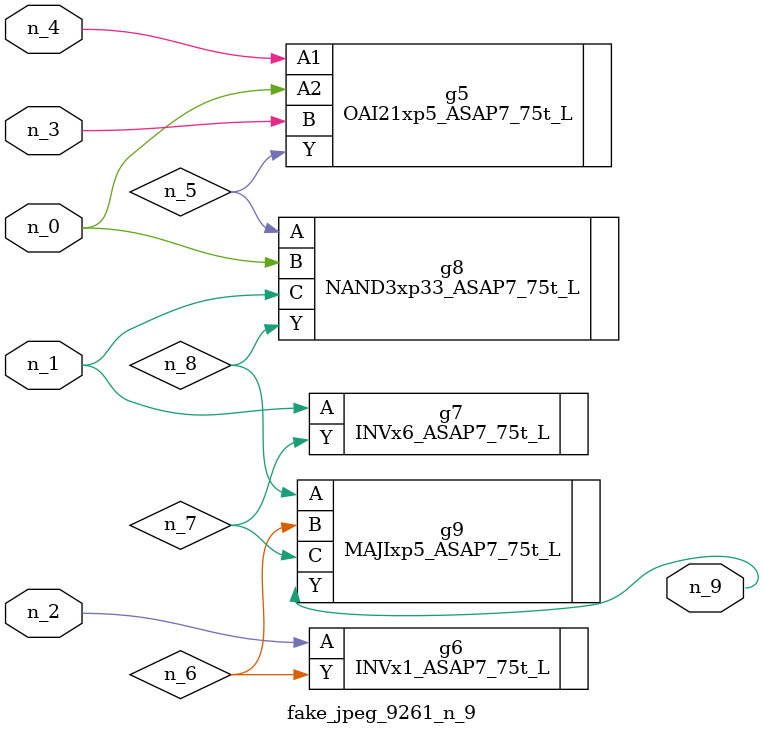
<source format=v>
module fake_jpeg_9261_n_9 (n_3, n_2, n_1, n_0, n_4, n_9);

input n_3;
input n_2;
input n_1;
input n_0;
input n_4;

output n_9;

wire n_8;
wire n_6;
wire n_5;
wire n_7;

OAI21xp5_ASAP7_75t_L g5 ( 
.A1(n_4),
.A2(n_0),
.B(n_3),
.Y(n_5)
);

INVx1_ASAP7_75t_L g6 ( 
.A(n_2),
.Y(n_6)
);

INVx6_ASAP7_75t_L g7 ( 
.A(n_1),
.Y(n_7)
);

NAND3xp33_ASAP7_75t_L g8 ( 
.A(n_5),
.B(n_0),
.C(n_1),
.Y(n_8)
);

MAJIxp5_ASAP7_75t_L g9 ( 
.A(n_8),
.B(n_6),
.C(n_7),
.Y(n_9)
);


endmodule
</source>
